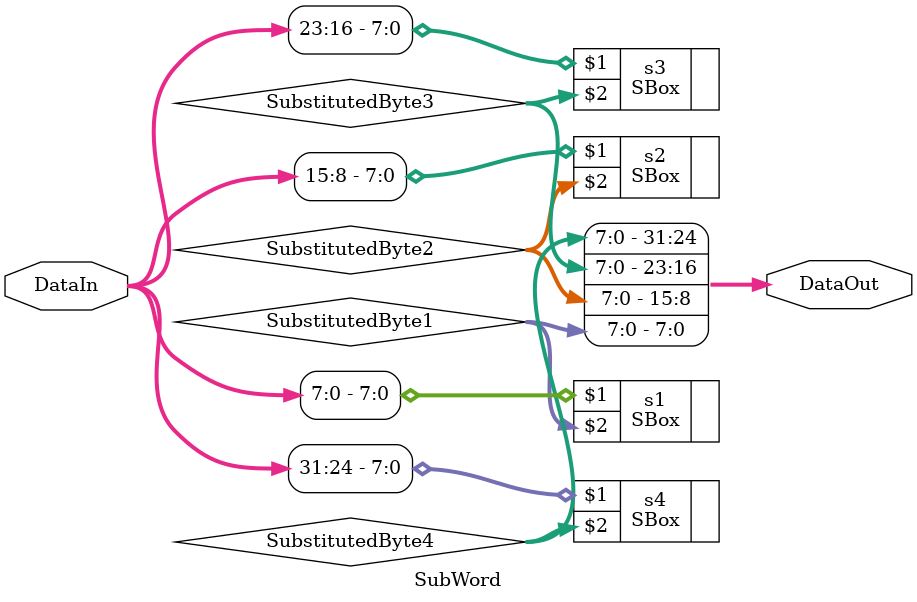
<source format=v>
module SubWord(DataIn,DataOut);

 input [31:0] DataIn;
 output wire  [31:0] DataOut;
 
 wire  [7:0]SubstitutedByte1;
  wire  [7:0]SubstitutedByte2;
   wire  [7:0]SubstitutedByte3;
	 wire  [7:0]SubstitutedByte4;
	 
 
 SBox s1(DataIn[7:0],SubstitutedByte1);
 SBox s2(DataIn[15:8],SubstitutedByte2); 
 SBox s3(DataIn[23:16],SubstitutedByte3);
 SBox s4(DataIn[31:24],SubstitutedByte4);
 
 assign DataOut={SubstitutedByte4,SubstitutedByte3,SubstitutedByte2,SubstitutedByte1};
 
 
 
 
 endmodule
	 
</source>
